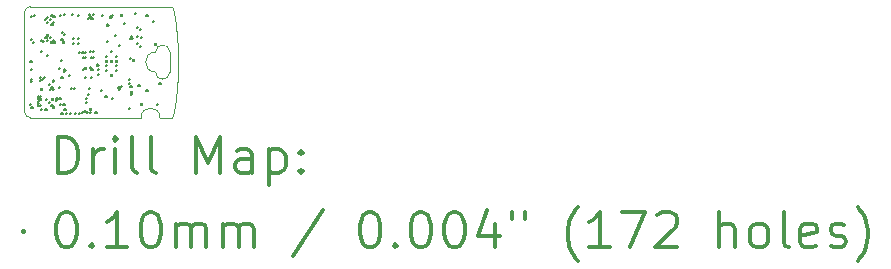
<source format=gbr>
%FSLAX45Y45*%
G04 Gerber Fmt 4.5, Leading zero omitted, Abs format (unit mm)*
G04 Created by KiCad (PCBNEW (5.0.1)-3) date 11/18/18 14:44:32*
%MOMM*%
%LPD*%
G01*
G04 APERTURE LIST*
%ADD10C,0.010000*%
%ADD11C,0.050000*%
%ADD12C,0.200000*%
%ADD13C,0.300000*%
G04 APERTURE END LIST*
D10*
X2932500Y-2265000D02*
G75*
G02X2812500Y-2265000I-60000J0D01*
G01*
X2932500Y-2095000D02*
G75*
G03X2812500Y-2095000I-60000J0D01*
G01*
X2812500Y-2095000D02*
G75*
G03X2812500Y-2265000I0J-85000D01*
G01*
D11*
X2850000Y-2650000D02*
G75*
G03X2690000Y-2650000I-80000J0D01*
G01*
X2850000Y-2650000D02*
X2952500Y-2650000D01*
D10*
X2932500Y-2095000D02*
X2932500Y-2265000D01*
D11*
X1752500Y-1710000D02*
G75*
G03X1702500Y-1760000I0J-50000D01*
G01*
X1702500Y-2600000D02*
G75*
G03X1752500Y-2650000I50000J0D01*
G01*
X1702500Y-1760000D02*
X1702500Y-2600000D01*
X2952500Y-1710000D02*
X1752500Y-1710000D01*
X1752500Y-2650000D02*
X2690000Y-2650000D01*
X3002500Y-2180000D02*
X3002500Y-2167000D01*
X3002500Y-2167000D02*
X3002500Y-2153000D01*
X3002500Y-2153000D02*
X3002500Y-2140000D01*
X3002500Y-2140000D02*
X3002500Y-2126000D01*
X3002500Y-2126000D02*
X3001500Y-2113000D01*
X3001500Y-2113000D02*
X3001500Y-2099000D01*
X3001500Y-2099000D02*
X3001500Y-2086000D01*
X3001500Y-2086000D02*
X3000500Y-2073000D01*
X3000500Y-2073000D02*
X3000500Y-2059000D01*
X3000500Y-2059000D02*
X2999500Y-2046000D01*
X2999500Y-2046000D02*
X2998500Y-2033000D01*
X2998500Y-2033000D02*
X2998500Y-2020000D01*
X2998500Y-2020000D02*
X2997500Y-2007000D01*
X2997500Y-2007000D02*
X2996500Y-1995000D01*
X2996500Y-1995000D02*
X2995500Y-1982000D01*
X2995500Y-1982000D02*
X2994500Y-1970000D01*
X2994500Y-1970000D02*
X2993500Y-1957000D01*
X2993500Y-1957000D02*
X2992500Y-1945000D01*
X2992500Y-1945000D02*
X2991500Y-1933000D01*
X2991500Y-1933000D02*
X2990500Y-1921000D01*
X2990500Y-1921000D02*
X2989500Y-1909000D01*
X2989500Y-1909000D02*
X2988500Y-1897000D01*
X2988500Y-1897000D02*
X2986500Y-1886000D01*
X2986500Y-1886000D02*
X2985500Y-1874000D01*
X2985500Y-1874000D02*
X2984500Y-1863000D01*
X2984500Y-1863000D02*
X2982500Y-1852000D01*
X2982500Y-1852000D02*
X2981500Y-1842000D01*
X2981500Y-1842000D02*
X2979500Y-1831000D01*
X2979500Y-1831000D02*
X2978500Y-1821000D01*
X2978500Y-1821000D02*
X2976500Y-1811000D01*
X2976500Y-1811000D02*
X2974500Y-1801000D01*
X2974500Y-1801000D02*
X2973500Y-1791000D01*
X2973500Y-1791000D02*
X2971500Y-1782000D01*
X2971500Y-1782000D02*
X2969500Y-1772000D01*
X2969500Y-1772000D02*
X2967500Y-1764000D01*
X2967500Y-1764000D02*
X2965500Y-1755000D01*
X2965500Y-1755000D02*
X2964500Y-1746000D01*
X2964500Y-1746000D02*
X2962500Y-1738000D01*
X2962500Y-1738000D02*
X2960500Y-1730000D01*
X2960500Y-1730000D02*
X2958500Y-1723000D01*
X2958500Y-1723000D02*
X2955500Y-1715000D01*
X2955500Y-1715000D02*
X2952500Y-1710000D01*
X2952500Y-2650000D02*
X2955500Y-2645000D01*
X2955500Y-2645000D02*
X2958500Y-2637000D01*
X2958500Y-2637000D02*
X2960500Y-2630000D01*
X2960500Y-2630000D02*
X2962500Y-2622000D01*
X2962500Y-2622000D02*
X2964500Y-2614000D01*
X2964500Y-2614000D02*
X2965500Y-2605000D01*
X2965500Y-2605000D02*
X2967500Y-2596000D01*
X2967500Y-2596000D02*
X2969500Y-2588000D01*
X2969500Y-2588000D02*
X2971500Y-2578000D01*
X2971500Y-2578000D02*
X2973500Y-2569000D01*
X2973500Y-2569000D02*
X2974500Y-2559000D01*
X2974500Y-2559000D02*
X2976500Y-2549000D01*
X2976500Y-2549000D02*
X2978500Y-2539000D01*
X2978500Y-2539000D02*
X2979500Y-2529000D01*
X2979500Y-2529000D02*
X2981500Y-2518000D01*
X2981500Y-2518000D02*
X2982500Y-2508000D01*
X2982500Y-2508000D02*
X2984500Y-2497000D01*
X2984500Y-2497000D02*
X2985500Y-2486000D01*
X2985500Y-2486000D02*
X2986500Y-2474000D01*
X2986500Y-2474000D02*
X2988500Y-2463000D01*
X2988500Y-2463000D02*
X2989500Y-2451000D01*
X2989500Y-2451000D02*
X2990500Y-2439000D01*
X2990500Y-2439000D02*
X2991500Y-2427000D01*
X2991500Y-2427000D02*
X2992500Y-2415000D01*
X2992500Y-2415000D02*
X2993500Y-2403000D01*
X2993500Y-2403000D02*
X2994500Y-2390000D01*
X2994500Y-2390000D02*
X2995500Y-2378000D01*
X2995500Y-2378000D02*
X2996500Y-2365000D01*
X2996500Y-2365000D02*
X2997500Y-2353000D01*
X2997500Y-2353000D02*
X2998500Y-2340000D01*
X2998500Y-2340000D02*
X2998500Y-2327000D01*
X2998500Y-2327000D02*
X2999500Y-2314000D01*
X2999500Y-2314000D02*
X3000500Y-2301000D01*
X3000500Y-2301000D02*
X3000500Y-2287000D01*
X3000500Y-2287000D02*
X3001500Y-2274000D01*
X3001500Y-2274000D02*
X3001500Y-2261000D01*
X3001500Y-2261000D02*
X3001500Y-2247000D01*
X3001500Y-2247000D02*
X3002500Y-2234000D01*
X3002500Y-2234000D02*
X3002500Y-2220000D01*
X3002500Y-2220000D02*
X3002500Y-2207000D01*
X3002500Y-2207000D02*
X3002500Y-2193000D01*
X3002500Y-2193000D02*
X3002500Y-2180000D01*
D12*
X1752000Y-2537500D02*
X1762000Y-2547500D01*
X1762000Y-2537500D02*
X1752000Y-2547500D01*
X1752500Y-2167500D02*
X1762500Y-2177500D01*
X1762500Y-2167500D02*
X1752500Y-2177500D01*
X1757000Y-2321500D02*
X1767000Y-2331500D01*
X1767000Y-2321500D02*
X1757000Y-2331500D01*
X1757500Y-2235000D02*
X1767500Y-2245000D01*
X1767500Y-2235000D02*
X1757500Y-2245000D01*
X1758000Y-2341500D02*
X1768000Y-2351500D01*
X1768000Y-2341500D02*
X1758000Y-2351500D01*
X1759000Y-1789500D02*
X1769000Y-1799500D01*
X1769000Y-1789500D02*
X1759000Y-1799500D01*
X1760000Y-1982500D02*
X1770000Y-1992500D01*
X1770000Y-1982500D02*
X1760000Y-1992500D01*
X1762000Y-2561500D02*
X1772000Y-2571500D01*
X1772000Y-2561500D02*
X1762000Y-2571500D01*
X1775000Y-2010000D02*
X1785000Y-2020000D01*
X1785000Y-2010000D02*
X1775000Y-2020000D01*
X1784000Y-1781500D02*
X1794000Y-1791500D01*
X1794000Y-1781500D02*
X1784000Y-1791500D01*
X1815000Y-2467500D02*
X1825000Y-2477500D01*
X1825000Y-2467500D02*
X1815000Y-2477500D01*
X1815000Y-2486500D02*
X1825000Y-2496500D01*
X1825000Y-2486500D02*
X1815000Y-2496500D01*
X1815000Y-2507500D02*
X1825000Y-2517500D01*
X1825000Y-2507500D02*
X1815000Y-2517500D01*
X1815000Y-2527500D02*
X1825000Y-2537500D01*
X1825000Y-2527500D02*
X1815000Y-2537500D01*
X1815000Y-2545000D02*
X1825000Y-2555000D01*
X1825000Y-2545000D02*
X1815000Y-2555000D01*
X1831000Y-2332500D02*
X1841000Y-2342500D01*
X1841000Y-2332500D02*
X1831000Y-2342500D01*
X1833000Y-2308500D02*
X1843000Y-2318500D01*
X1843000Y-2308500D02*
X1833000Y-2318500D01*
X1835000Y-2467500D02*
X1845000Y-2477500D01*
X1845000Y-2467500D02*
X1835000Y-2477500D01*
X1835000Y-2487500D02*
X1845000Y-2497500D01*
X1845000Y-2487500D02*
X1835000Y-2497500D01*
X1835000Y-2545000D02*
X1845000Y-2555000D01*
X1845000Y-2545000D02*
X1835000Y-2555000D01*
X1840000Y-1995000D02*
X1850000Y-2005000D01*
X1850000Y-1995000D02*
X1840000Y-2005000D01*
X1840000Y-2085500D02*
X1850000Y-2095500D01*
X1850000Y-2085500D02*
X1840000Y-2095500D01*
X1840000Y-2577500D02*
X1850000Y-2587500D01*
X1850000Y-2577500D02*
X1840000Y-2587500D01*
X1841000Y-2403500D02*
X1851000Y-2413500D01*
X1851000Y-2403500D02*
X1841000Y-2413500D01*
X1850000Y-2320000D02*
X1860000Y-2330000D01*
X1860000Y-2320000D02*
X1850000Y-2330000D01*
X1860000Y-2000000D02*
X1870000Y-2010000D01*
X1870000Y-2000000D02*
X1860000Y-2010000D01*
X1869000Y-2302500D02*
X1879000Y-2312500D01*
X1879000Y-2302500D02*
X1869000Y-2312500D01*
X1875000Y-1815000D02*
X1885000Y-1825000D01*
X1885000Y-1815000D02*
X1875000Y-1825000D01*
X1880000Y-1967500D02*
X1890000Y-1977500D01*
X1890000Y-1967500D02*
X1880000Y-1977500D01*
X1880000Y-2577500D02*
X1890000Y-2587500D01*
X1890000Y-2577500D02*
X1880000Y-2587500D01*
X1885000Y-2490000D02*
X1895000Y-2500000D01*
X1895000Y-2490000D02*
X1885000Y-2500000D01*
X1895000Y-1800000D02*
X1905000Y-1810000D01*
X1905000Y-1800000D02*
X1895000Y-1810000D01*
X1895000Y-1840000D02*
X1905000Y-1850000D01*
X1905000Y-1840000D02*
X1895000Y-1850000D01*
X1895000Y-1945000D02*
X1905000Y-1955000D01*
X1905000Y-1945000D02*
X1895000Y-1955000D01*
X1895000Y-1990000D02*
X1905000Y-2000000D01*
X1905000Y-1990000D02*
X1895000Y-2000000D01*
X1895000Y-2122500D02*
X1905000Y-2132500D01*
X1905000Y-2122500D02*
X1895000Y-2132500D01*
X1910000Y-2365000D02*
X1920000Y-2375000D01*
X1920000Y-2365000D02*
X1910000Y-2375000D01*
X1910000Y-2515000D02*
X1920000Y-2525000D01*
X1920000Y-2515000D02*
X1910000Y-2525000D01*
X1915000Y-1815000D02*
X1925000Y-1825000D01*
X1925000Y-1815000D02*
X1915000Y-1825000D01*
X1915000Y-1965000D02*
X1925000Y-1975000D01*
X1925000Y-1965000D02*
X1915000Y-1975000D01*
X1920000Y-2405000D02*
X1930000Y-2415000D01*
X1930000Y-2405000D02*
X1920000Y-2415000D01*
X1925000Y-2005000D02*
X1935000Y-2015000D01*
X1935000Y-2005000D02*
X1925000Y-2015000D01*
X1930000Y-1855000D02*
X1940000Y-1865000D01*
X1940000Y-1855000D02*
X1930000Y-1865000D01*
X1930000Y-2390000D02*
X1940000Y-2400000D01*
X1940000Y-2390000D02*
X1930000Y-2400000D01*
X1930000Y-2540000D02*
X1940000Y-2550000D01*
X1940000Y-2540000D02*
X1930000Y-2550000D01*
X1931000Y-1778500D02*
X1941000Y-1788500D01*
X1941000Y-1778500D02*
X1931000Y-1788500D01*
X1935000Y-2487500D02*
X1945000Y-2497500D01*
X1945000Y-2487500D02*
X1935000Y-2497500D01*
X1940000Y-1995000D02*
X1950000Y-2005000D01*
X1950000Y-1995000D02*
X1940000Y-2005000D01*
X1940000Y-2327500D02*
X1950000Y-2337500D01*
X1950000Y-2327500D02*
X1940000Y-2337500D01*
X1940000Y-2342500D02*
X1950000Y-2352500D01*
X1950000Y-2342500D02*
X1940000Y-2352500D01*
X1945000Y-1840000D02*
X1955000Y-1850000D01*
X1955000Y-1840000D02*
X1945000Y-1850000D01*
X1945000Y-2405000D02*
X1955000Y-2415000D01*
X1955000Y-2405000D02*
X1945000Y-2415000D01*
X1945000Y-2555000D02*
X1955000Y-2565000D01*
X1955000Y-2555000D02*
X1945000Y-2565000D01*
X1948000Y-1786500D02*
X1958000Y-1796500D01*
X1958000Y-1786500D02*
X1948000Y-1796500D01*
X1955000Y-2005000D02*
X1965000Y-2015000D01*
X1965000Y-2005000D02*
X1955000Y-2015000D01*
X1971000Y-2503500D02*
X1981000Y-2513500D01*
X1981000Y-2503500D02*
X1971000Y-2513500D01*
X1973000Y-2485500D02*
X1983000Y-2495500D01*
X1983000Y-2485500D02*
X1973000Y-2495500D01*
X1992500Y-2230000D02*
X2002500Y-2240000D01*
X2002500Y-2230000D02*
X1992500Y-2240000D01*
X1995000Y-2387500D02*
X2005000Y-2397500D01*
X2005000Y-2387500D02*
X1995000Y-2397500D01*
X1998000Y-2483500D02*
X2008000Y-2493500D01*
X2008000Y-2483500D02*
X1998000Y-2493500D01*
X2002500Y-1777500D02*
X2012500Y-1787500D01*
X2012500Y-1777500D02*
X2002500Y-1787500D01*
X2005000Y-2535000D02*
X2015000Y-2545000D01*
X2015000Y-2535000D02*
X2005000Y-2545000D01*
X2012500Y-2160000D02*
X2022500Y-2170000D01*
X2022500Y-2160000D02*
X2012500Y-2170000D01*
X2015000Y-1985000D02*
X2025000Y-1995000D01*
X2025000Y-1985000D02*
X2015000Y-1995000D01*
X2015000Y-2307500D02*
X2025000Y-2317500D01*
X2025000Y-2307500D02*
X2015000Y-2317500D01*
X2015000Y-2610000D02*
X2025000Y-2620000D01*
X2025000Y-2610000D02*
X2015000Y-2620000D01*
X2022500Y-1922500D02*
X2032500Y-1932500D01*
X2032500Y-1922500D02*
X2022500Y-1932500D01*
X2030000Y-2005000D02*
X2040000Y-2015000D01*
X2040000Y-2005000D02*
X2030000Y-2015000D01*
X2032500Y-2535000D02*
X2042500Y-2545000D01*
X2042500Y-2535000D02*
X2032500Y-2545000D01*
X2035000Y-1940000D02*
X2045000Y-1950000D01*
X2045000Y-1940000D02*
X2035000Y-1950000D01*
X2035000Y-2255000D02*
X2045000Y-2265000D01*
X2045000Y-2255000D02*
X2035000Y-2265000D01*
X2037500Y-1772500D02*
X2047500Y-1782500D01*
X2047500Y-1772500D02*
X2037500Y-1782500D01*
X2040000Y-2242500D02*
X2050000Y-2252500D01*
X2050000Y-2242500D02*
X2040000Y-2252500D01*
X2040000Y-2575000D02*
X2050000Y-2585000D01*
X2050000Y-2575000D02*
X2040000Y-2585000D01*
X2050000Y-2610000D02*
X2060000Y-2620000D01*
X2060000Y-2610000D02*
X2050000Y-2620000D01*
X2080000Y-2287500D02*
X2090000Y-2297500D01*
X2090000Y-2287500D02*
X2080000Y-2297500D01*
X2087500Y-2610000D02*
X2097500Y-2620000D01*
X2097500Y-2610000D02*
X2087500Y-2620000D01*
X2098000Y-2400000D02*
X2108000Y-2410000D01*
X2108000Y-2400000D02*
X2098000Y-2410000D01*
X2105000Y-1775000D02*
X2115000Y-1785000D01*
X2115000Y-1775000D02*
X2105000Y-1785000D01*
X2115000Y-1975000D02*
X2125000Y-1985000D01*
X2125000Y-1975000D02*
X2115000Y-1985000D01*
X2115000Y-2015000D02*
X2125000Y-2025000D01*
X2125000Y-2015000D02*
X2115000Y-2025000D01*
X2123000Y-2400000D02*
X2133000Y-2410000D01*
X2133000Y-2400000D02*
X2123000Y-2410000D01*
X2127500Y-2610000D02*
X2137500Y-2620000D01*
X2137500Y-2610000D02*
X2127500Y-2620000D01*
X2152500Y-1782500D02*
X2162500Y-1792500D01*
X2162500Y-1782500D02*
X2152500Y-1792500D01*
X2155000Y-1975000D02*
X2165000Y-1985000D01*
X2165000Y-1975000D02*
X2155000Y-1985000D01*
X2155000Y-2015000D02*
X2165000Y-2025000D01*
X2165000Y-2015000D02*
X2155000Y-2025000D01*
X2160000Y-2610000D02*
X2170000Y-2620000D01*
X2170000Y-2610000D02*
X2160000Y-2620000D01*
X2163000Y-2092500D02*
X2173000Y-2102500D01*
X2173000Y-2092500D02*
X2163000Y-2102500D01*
X2189000Y-2598500D02*
X2199000Y-2608500D01*
X2199000Y-2598500D02*
X2189000Y-2608500D01*
X2192500Y-2095000D02*
X2202500Y-2105000D01*
X2202500Y-2095000D02*
X2192500Y-2105000D01*
X2195000Y-2135000D02*
X2205000Y-2145000D01*
X2205000Y-2135000D02*
X2195000Y-2145000D01*
X2200000Y-2237500D02*
X2210000Y-2247500D01*
X2210000Y-2237500D02*
X2200000Y-2247500D01*
X2210000Y-2590000D02*
X2220000Y-2600000D01*
X2220000Y-2590000D02*
X2210000Y-2600000D01*
X2215000Y-2092500D02*
X2225000Y-2102500D01*
X2225000Y-2092500D02*
X2215000Y-2102500D01*
X2215000Y-2135000D02*
X2225000Y-2145000D01*
X2225000Y-2135000D02*
X2215000Y-2145000D01*
X2215000Y-2225000D02*
X2225000Y-2235000D01*
X2225000Y-2225000D02*
X2215000Y-2235000D01*
X2215000Y-2305000D02*
X2225000Y-2315000D01*
X2225000Y-2305000D02*
X2215000Y-2315000D01*
X2220000Y-2485000D02*
X2230000Y-2495000D01*
X2230000Y-2485000D02*
X2220000Y-2495000D01*
X2220000Y-2520000D02*
X2230000Y-2530000D01*
X2230000Y-2520000D02*
X2220000Y-2530000D01*
X2229000Y-2598500D02*
X2239000Y-2608500D01*
X2239000Y-2598500D02*
X2229000Y-2608500D01*
X2240000Y-1805000D02*
X2250000Y-1815000D01*
X2250000Y-1805000D02*
X2240000Y-1815000D01*
X2240000Y-2450000D02*
X2250000Y-2460000D01*
X2250000Y-2450000D02*
X2240000Y-2460000D01*
X2245000Y-1775000D02*
X2255000Y-1785000D01*
X2255000Y-1775000D02*
X2245000Y-1785000D01*
X2250000Y-2400000D02*
X2260000Y-2410000D01*
X2260000Y-2400000D02*
X2250000Y-2410000D01*
X2255000Y-2087500D02*
X2265000Y-2097500D01*
X2265000Y-2087500D02*
X2255000Y-2097500D01*
X2255000Y-2222500D02*
X2265000Y-2232500D01*
X2265000Y-2222500D02*
X2255000Y-2232500D01*
X2257500Y-2572500D02*
X2267500Y-2582500D01*
X2267500Y-2572500D02*
X2257500Y-2582500D01*
X2260000Y-1787500D02*
X2270000Y-1797500D01*
X2270000Y-1787500D02*
X2260000Y-1797500D01*
X2260000Y-2602500D02*
X2270000Y-2612500D01*
X2270000Y-2602500D02*
X2260000Y-2612500D01*
X2265000Y-2135000D02*
X2275000Y-2145000D01*
X2275000Y-2135000D02*
X2265000Y-2145000D01*
X2265000Y-2307500D02*
X2275000Y-2317500D01*
X2275000Y-2307500D02*
X2265000Y-2317500D01*
X2270000Y-1805000D02*
X2280000Y-1815000D01*
X2280000Y-1805000D02*
X2270000Y-1815000D01*
X2270000Y-2237500D02*
X2280000Y-2247500D01*
X2280000Y-2237500D02*
X2270000Y-2247500D01*
X2280000Y-1775000D02*
X2290000Y-1785000D01*
X2290000Y-1775000D02*
X2280000Y-1785000D01*
X2285000Y-2087500D02*
X2295000Y-2097500D01*
X2295000Y-2087500D02*
X2285000Y-2097500D01*
X2285000Y-2135000D02*
X2295000Y-2145000D01*
X2295000Y-2135000D02*
X2285000Y-2145000D01*
X2302500Y-2602500D02*
X2312500Y-2612500D01*
X2312500Y-2602500D02*
X2302500Y-2612500D01*
X2320356Y-2200356D02*
X2330356Y-2210356D01*
X2330356Y-2200356D02*
X2320356Y-2210356D01*
X2325000Y-2237500D02*
X2335000Y-2247500D01*
X2335000Y-2237500D02*
X2325000Y-2247500D01*
X2325000Y-2277500D02*
X2335000Y-2287500D01*
X2335000Y-2277500D02*
X2325000Y-2287500D01*
X2350000Y-2412500D02*
X2360000Y-2422500D01*
X2360000Y-2412500D02*
X2350000Y-2422500D01*
X2360000Y-1780000D02*
X2370000Y-1790000D01*
X2370000Y-1780000D02*
X2360000Y-1790000D01*
X2387500Y-2465000D02*
X2397500Y-2475000D01*
X2397500Y-2465000D02*
X2387500Y-2475000D01*
X2395000Y-2125000D02*
X2405000Y-2135000D01*
X2405000Y-2125000D02*
X2395000Y-2135000D01*
X2395000Y-2165000D02*
X2405000Y-2175000D01*
X2405000Y-2165000D02*
X2395000Y-2175000D01*
X2395000Y-2205000D02*
X2405000Y-2215000D01*
X2405000Y-2205000D02*
X2395000Y-2215000D01*
X2395000Y-2245000D02*
X2405000Y-2255000D01*
X2405000Y-2245000D02*
X2395000Y-2255000D01*
X2402500Y-2002500D02*
X2412500Y-2012500D01*
X2412500Y-2002500D02*
X2402500Y-2012500D01*
X2405000Y-1861500D02*
X2415000Y-1871500D01*
X2415000Y-1861500D02*
X2405000Y-1871500D01*
X2430000Y-1792500D02*
X2440000Y-1802500D01*
X2440000Y-1792500D02*
X2430000Y-1802500D01*
X2435000Y-2085000D02*
X2445000Y-2095000D01*
X2445000Y-2085000D02*
X2435000Y-2095000D01*
X2435000Y-2165000D02*
X2445000Y-2175000D01*
X2445000Y-2165000D02*
X2435000Y-2175000D01*
X2435000Y-2285000D02*
X2445000Y-2295000D01*
X2445000Y-2285000D02*
X2435000Y-2295000D01*
X2440000Y-1780000D02*
X2450000Y-1790000D01*
X2450000Y-1780000D02*
X2440000Y-1790000D01*
X2445000Y-2482500D02*
X2455000Y-2492500D01*
X2455000Y-2482500D02*
X2445000Y-2492500D01*
X2470000Y-1947500D02*
X2480000Y-1957500D01*
X2480000Y-1947500D02*
X2470000Y-1957500D01*
X2474751Y-2124875D02*
X2484751Y-2134875D01*
X2484751Y-2124875D02*
X2474751Y-2134875D01*
X2475000Y-2165000D02*
X2485000Y-2175000D01*
X2485000Y-2165000D02*
X2475000Y-2175000D01*
X2475000Y-2205000D02*
X2485000Y-2215000D01*
X2485000Y-2205000D02*
X2475000Y-2215000D01*
X2475000Y-2245000D02*
X2485000Y-2255000D01*
X2485000Y-2245000D02*
X2475000Y-2255000D01*
X2497500Y-2387500D02*
X2507500Y-2397500D01*
X2507500Y-2387500D02*
X2497500Y-2397500D01*
X2505000Y-2035000D02*
X2515000Y-2045000D01*
X2515000Y-2035000D02*
X2505000Y-2045000D01*
X2505000Y-2405000D02*
X2515000Y-2415000D01*
X2515000Y-2405000D02*
X2505000Y-2415000D01*
X2517500Y-2385000D02*
X2527500Y-2395000D01*
X2527500Y-2385000D02*
X2517500Y-2395000D01*
X2520000Y-1776500D02*
X2530000Y-1786500D01*
X2530000Y-1776500D02*
X2520000Y-1786500D01*
X2542500Y-1847500D02*
X2552500Y-1857500D01*
X2552500Y-1847500D02*
X2542500Y-1857500D01*
X2585000Y-2357500D02*
X2595000Y-2367500D01*
X2595000Y-2357500D02*
X2585000Y-2367500D01*
X2588000Y-2323500D02*
X2598000Y-2333500D01*
X2598000Y-2323500D02*
X2588000Y-2333500D01*
X2588671Y-2566671D02*
X2598671Y-2576671D01*
X2598671Y-2566671D02*
X2588671Y-2576671D01*
X2596000Y-1972500D02*
X2606000Y-1982500D01*
X2606000Y-1972500D02*
X2596000Y-1982500D01*
X2597500Y-2145000D02*
X2607500Y-2155000D01*
X2607500Y-2145000D02*
X2597500Y-2155000D01*
X2600000Y-2382500D02*
X2610000Y-2392500D01*
X2610000Y-2382500D02*
X2600000Y-2392500D01*
X2602500Y-2427500D02*
X2612500Y-2437500D01*
X2612500Y-2427500D02*
X2602500Y-2437500D01*
X2605000Y-2450000D02*
X2615000Y-2460000D01*
X2615000Y-2450000D02*
X2605000Y-2460000D01*
X2607000Y-1956500D02*
X2617000Y-1966500D01*
X2617000Y-1956500D02*
X2607000Y-1966500D01*
X2614000Y-1973500D02*
X2624000Y-1983500D01*
X2624000Y-1973500D02*
X2614000Y-1983500D01*
X2622500Y-2157500D02*
X2632500Y-2167500D01*
X2632500Y-2157500D02*
X2622500Y-2167500D01*
X2635000Y-1762500D02*
X2645000Y-1772500D01*
X2645000Y-1762500D02*
X2635000Y-1772500D01*
X2655000Y-1880000D02*
X2665000Y-1890000D01*
X2665000Y-1880000D02*
X2655000Y-1890000D01*
X2655000Y-1955000D02*
X2665000Y-1965000D01*
X2665000Y-1955000D02*
X2655000Y-1965000D01*
X2655000Y-2020000D02*
X2665000Y-2030000D01*
X2665000Y-2020000D02*
X2655000Y-2030000D01*
X2667500Y-2375000D02*
X2677500Y-2385000D01*
X2677500Y-2375000D02*
X2667500Y-2385000D01*
X2680000Y-1900000D02*
X2690000Y-1910000D01*
X2690000Y-1900000D02*
X2680000Y-1910000D01*
X2680000Y-2045000D02*
X2690000Y-2055000D01*
X2690000Y-2045000D02*
X2680000Y-2055000D01*
X2685000Y-1970000D02*
X2695000Y-1980000D01*
X2695000Y-1970000D02*
X2685000Y-1980000D01*
X2685000Y-2530000D02*
X2695000Y-2540000D01*
X2695000Y-2530000D02*
X2685000Y-2540000D01*
X2735000Y-1777500D02*
X2745000Y-1787500D01*
X2745000Y-1777500D02*
X2735000Y-1787500D01*
X2735000Y-2412500D02*
X2745000Y-2422500D01*
X2745000Y-2412500D02*
X2735000Y-2422500D01*
X2792500Y-1830000D02*
X2802500Y-1840000D01*
X2802500Y-1830000D02*
X2792500Y-1840000D01*
X2805000Y-2022500D02*
X2815000Y-2032500D01*
X2815000Y-2022500D02*
X2805000Y-2032500D01*
X2827000Y-2531500D02*
X2837000Y-2541500D01*
X2837000Y-2531500D02*
X2827000Y-2541500D01*
X2845000Y-2357500D02*
X2855000Y-2367500D01*
X2855000Y-2357500D02*
X2845000Y-2367500D01*
D13*
X1986428Y-3118214D02*
X1986428Y-2818214D01*
X2057857Y-2818214D01*
X2100714Y-2832500D01*
X2129286Y-2861071D01*
X2143571Y-2889643D01*
X2157857Y-2946786D01*
X2157857Y-2989643D01*
X2143571Y-3046786D01*
X2129286Y-3075357D01*
X2100714Y-3103929D01*
X2057857Y-3118214D01*
X1986428Y-3118214D01*
X2286428Y-3118214D02*
X2286428Y-2918214D01*
X2286428Y-2975357D02*
X2300714Y-2946786D01*
X2315000Y-2932500D01*
X2343571Y-2918214D01*
X2372143Y-2918214D01*
X2472143Y-3118214D02*
X2472143Y-2918214D01*
X2472143Y-2818214D02*
X2457857Y-2832500D01*
X2472143Y-2846786D01*
X2486428Y-2832500D01*
X2472143Y-2818214D01*
X2472143Y-2846786D01*
X2657857Y-3118214D02*
X2629286Y-3103929D01*
X2615000Y-3075357D01*
X2615000Y-2818214D01*
X2815000Y-3118214D02*
X2786428Y-3103929D01*
X2772143Y-3075357D01*
X2772143Y-2818214D01*
X3157857Y-3118214D02*
X3157857Y-2818214D01*
X3257857Y-3032500D01*
X3357857Y-2818214D01*
X3357857Y-3118214D01*
X3629286Y-3118214D02*
X3629286Y-2961071D01*
X3615000Y-2932500D01*
X3586428Y-2918214D01*
X3529286Y-2918214D01*
X3500714Y-2932500D01*
X3629286Y-3103929D02*
X3600714Y-3118214D01*
X3529286Y-3118214D01*
X3500714Y-3103929D01*
X3486428Y-3075357D01*
X3486428Y-3046786D01*
X3500714Y-3018214D01*
X3529286Y-3003929D01*
X3600714Y-3003929D01*
X3629286Y-2989643D01*
X3772143Y-2918214D02*
X3772143Y-3218214D01*
X3772143Y-2932500D02*
X3800714Y-2918214D01*
X3857857Y-2918214D01*
X3886428Y-2932500D01*
X3900714Y-2946786D01*
X3915000Y-2975357D01*
X3915000Y-3061071D01*
X3900714Y-3089643D01*
X3886428Y-3103929D01*
X3857857Y-3118214D01*
X3800714Y-3118214D01*
X3772143Y-3103929D01*
X4043571Y-3089643D02*
X4057857Y-3103929D01*
X4043571Y-3118214D01*
X4029286Y-3103929D01*
X4043571Y-3089643D01*
X4043571Y-3118214D01*
X4043571Y-2932500D02*
X4057857Y-2946786D01*
X4043571Y-2961071D01*
X4029286Y-2946786D01*
X4043571Y-2932500D01*
X4043571Y-2961071D01*
X1690000Y-3607500D02*
X1700000Y-3617500D01*
X1700000Y-3607500D02*
X1690000Y-3617500D01*
X2043571Y-3448214D02*
X2072143Y-3448214D01*
X2100714Y-3462500D01*
X2115000Y-3476786D01*
X2129286Y-3505357D01*
X2143571Y-3562500D01*
X2143571Y-3633929D01*
X2129286Y-3691071D01*
X2115000Y-3719643D01*
X2100714Y-3733929D01*
X2072143Y-3748214D01*
X2043571Y-3748214D01*
X2015000Y-3733929D01*
X2000714Y-3719643D01*
X1986428Y-3691071D01*
X1972143Y-3633929D01*
X1972143Y-3562500D01*
X1986428Y-3505357D01*
X2000714Y-3476786D01*
X2015000Y-3462500D01*
X2043571Y-3448214D01*
X2272143Y-3719643D02*
X2286428Y-3733929D01*
X2272143Y-3748214D01*
X2257857Y-3733929D01*
X2272143Y-3719643D01*
X2272143Y-3748214D01*
X2572143Y-3748214D02*
X2400714Y-3748214D01*
X2486428Y-3748214D02*
X2486428Y-3448214D01*
X2457857Y-3491071D01*
X2429286Y-3519643D01*
X2400714Y-3533929D01*
X2757857Y-3448214D02*
X2786428Y-3448214D01*
X2815000Y-3462500D01*
X2829286Y-3476786D01*
X2843571Y-3505357D01*
X2857857Y-3562500D01*
X2857857Y-3633929D01*
X2843571Y-3691071D01*
X2829286Y-3719643D01*
X2815000Y-3733929D01*
X2786428Y-3748214D01*
X2757857Y-3748214D01*
X2729286Y-3733929D01*
X2715000Y-3719643D01*
X2700714Y-3691071D01*
X2686428Y-3633929D01*
X2686428Y-3562500D01*
X2700714Y-3505357D01*
X2715000Y-3476786D01*
X2729286Y-3462500D01*
X2757857Y-3448214D01*
X2986428Y-3748214D02*
X2986428Y-3548214D01*
X2986428Y-3576786D02*
X3000714Y-3562500D01*
X3029286Y-3548214D01*
X3072143Y-3548214D01*
X3100714Y-3562500D01*
X3115000Y-3591071D01*
X3115000Y-3748214D01*
X3115000Y-3591071D02*
X3129286Y-3562500D01*
X3157857Y-3548214D01*
X3200714Y-3548214D01*
X3229286Y-3562500D01*
X3243571Y-3591071D01*
X3243571Y-3748214D01*
X3386428Y-3748214D02*
X3386428Y-3548214D01*
X3386428Y-3576786D02*
X3400714Y-3562500D01*
X3429286Y-3548214D01*
X3472143Y-3548214D01*
X3500714Y-3562500D01*
X3515000Y-3591071D01*
X3515000Y-3748214D01*
X3515000Y-3591071D02*
X3529286Y-3562500D01*
X3557857Y-3548214D01*
X3600714Y-3548214D01*
X3629286Y-3562500D01*
X3643571Y-3591071D01*
X3643571Y-3748214D01*
X4229286Y-3433929D02*
X3972143Y-3819643D01*
X4615000Y-3448214D02*
X4643571Y-3448214D01*
X4672143Y-3462500D01*
X4686428Y-3476786D01*
X4700714Y-3505357D01*
X4715000Y-3562500D01*
X4715000Y-3633929D01*
X4700714Y-3691071D01*
X4686428Y-3719643D01*
X4672143Y-3733929D01*
X4643571Y-3748214D01*
X4615000Y-3748214D01*
X4586428Y-3733929D01*
X4572143Y-3719643D01*
X4557857Y-3691071D01*
X4543571Y-3633929D01*
X4543571Y-3562500D01*
X4557857Y-3505357D01*
X4572143Y-3476786D01*
X4586428Y-3462500D01*
X4615000Y-3448214D01*
X4843571Y-3719643D02*
X4857857Y-3733929D01*
X4843571Y-3748214D01*
X4829286Y-3733929D01*
X4843571Y-3719643D01*
X4843571Y-3748214D01*
X5043571Y-3448214D02*
X5072143Y-3448214D01*
X5100714Y-3462500D01*
X5115000Y-3476786D01*
X5129286Y-3505357D01*
X5143571Y-3562500D01*
X5143571Y-3633929D01*
X5129286Y-3691071D01*
X5115000Y-3719643D01*
X5100714Y-3733929D01*
X5072143Y-3748214D01*
X5043571Y-3748214D01*
X5015000Y-3733929D01*
X5000714Y-3719643D01*
X4986428Y-3691071D01*
X4972143Y-3633929D01*
X4972143Y-3562500D01*
X4986428Y-3505357D01*
X5000714Y-3476786D01*
X5015000Y-3462500D01*
X5043571Y-3448214D01*
X5329286Y-3448214D02*
X5357857Y-3448214D01*
X5386428Y-3462500D01*
X5400714Y-3476786D01*
X5415000Y-3505357D01*
X5429286Y-3562500D01*
X5429286Y-3633929D01*
X5415000Y-3691071D01*
X5400714Y-3719643D01*
X5386428Y-3733929D01*
X5357857Y-3748214D01*
X5329286Y-3748214D01*
X5300714Y-3733929D01*
X5286428Y-3719643D01*
X5272143Y-3691071D01*
X5257857Y-3633929D01*
X5257857Y-3562500D01*
X5272143Y-3505357D01*
X5286428Y-3476786D01*
X5300714Y-3462500D01*
X5329286Y-3448214D01*
X5686428Y-3548214D02*
X5686428Y-3748214D01*
X5615000Y-3433929D02*
X5543571Y-3648214D01*
X5729286Y-3648214D01*
X5829286Y-3448214D02*
X5829286Y-3505357D01*
X5943571Y-3448214D02*
X5943571Y-3505357D01*
X6386428Y-3862500D02*
X6372143Y-3848214D01*
X6343571Y-3805357D01*
X6329286Y-3776786D01*
X6315000Y-3733929D01*
X6300714Y-3662500D01*
X6300714Y-3605357D01*
X6315000Y-3533929D01*
X6329286Y-3491071D01*
X6343571Y-3462500D01*
X6372143Y-3419643D01*
X6386428Y-3405357D01*
X6657857Y-3748214D02*
X6486428Y-3748214D01*
X6572143Y-3748214D02*
X6572143Y-3448214D01*
X6543571Y-3491071D01*
X6515000Y-3519643D01*
X6486428Y-3533929D01*
X6757857Y-3448214D02*
X6957857Y-3448214D01*
X6829286Y-3748214D01*
X7057857Y-3476786D02*
X7072143Y-3462500D01*
X7100714Y-3448214D01*
X7172143Y-3448214D01*
X7200714Y-3462500D01*
X7215000Y-3476786D01*
X7229286Y-3505357D01*
X7229286Y-3533929D01*
X7215000Y-3576786D01*
X7043571Y-3748214D01*
X7229286Y-3748214D01*
X7586428Y-3748214D02*
X7586428Y-3448214D01*
X7715000Y-3748214D02*
X7715000Y-3591071D01*
X7700714Y-3562500D01*
X7672143Y-3548214D01*
X7629286Y-3548214D01*
X7600714Y-3562500D01*
X7586428Y-3576786D01*
X7900714Y-3748214D02*
X7872143Y-3733929D01*
X7857857Y-3719643D01*
X7843571Y-3691071D01*
X7843571Y-3605357D01*
X7857857Y-3576786D01*
X7872143Y-3562500D01*
X7900714Y-3548214D01*
X7943571Y-3548214D01*
X7972143Y-3562500D01*
X7986428Y-3576786D01*
X8000714Y-3605357D01*
X8000714Y-3691071D01*
X7986428Y-3719643D01*
X7972143Y-3733929D01*
X7943571Y-3748214D01*
X7900714Y-3748214D01*
X8172143Y-3748214D02*
X8143571Y-3733929D01*
X8129286Y-3705357D01*
X8129286Y-3448214D01*
X8400714Y-3733929D02*
X8372143Y-3748214D01*
X8315000Y-3748214D01*
X8286428Y-3733929D01*
X8272143Y-3705357D01*
X8272143Y-3591071D01*
X8286428Y-3562500D01*
X8315000Y-3548214D01*
X8372143Y-3548214D01*
X8400714Y-3562500D01*
X8415000Y-3591071D01*
X8415000Y-3619643D01*
X8272143Y-3648214D01*
X8529286Y-3733929D02*
X8557857Y-3748214D01*
X8615000Y-3748214D01*
X8643571Y-3733929D01*
X8657857Y-3705357D01*
X8657857Y-3691071D01*
X8643571Y-3662500D01*
X8615000Y-3648214D01*
X8572143Y-3648214D01*
X8543571Y-3633929D01*
X8529286Y-3605357D01*
X8529286Y-3591071D01*
X8543571Y-3562500D01*
X8572143Y-3548214D01*
X8615000Y-3548214D01*
X8643571Y-3562500D01*
X8757857Y-3862500D02*
X8772143Y-3848214D01*
X8800714Y-3805357D01*
X8815000Y-3776786D01*
X8829286Y-3733929D01*
X8843571Y-3662500D01*
X8843571Y-3605357D01*
X8829286Y-3533929D01*
X8815000Y-3491071D01*
X8800714Y-3462500D01*
X8772143Y-3419643D01*
X8757857Y-3405357D01*
M02*

</source>
